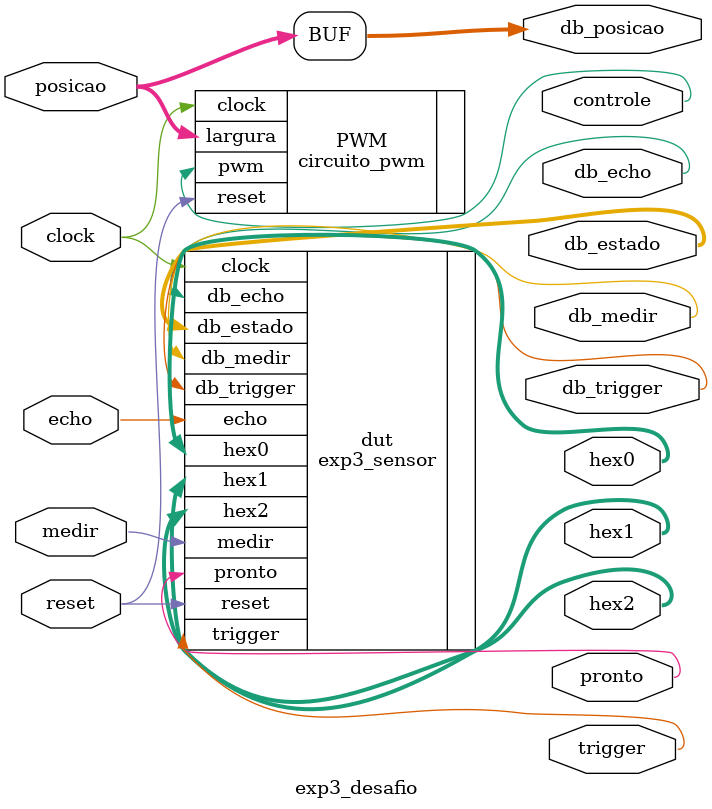
<source format=v>
module exp3_desafio (
    input wire        clock,
    input wire        reset,
    input wire        medir,
    input wire        echo,
    input wire  [1:0] posicao,
    output wire       trigger,
    output wire [6:0] hex0,
    output wire [6:0] hex1,
    output wire [6:0] hex2,
    output wire       pronto,
    output wire       db_medir,
    output wire       db_echo,
    output wire       db_trigger,
	 output wire [1:0] db_posicao,
    output wire [6:0] db_estado,
	 output wire       controle
);

    exp3_sensor dut (
    .clock(clock),
    .reset(reset),
    .medir(medir),
    .echo(echo),
    .trigger(trigger),
    .hex0(hex0),
    .hex1(hex1),
    .hex2(hex2),
    .pronto(pronto),
    .db_medir(db_medir),
    .db_echo(db_echo),
    .db_trigger(db_trigger),
    .db_estado(db_estado)
    );

    circuito_pwm #(           
        .conf_periodo(1000000), 
        .largura_00  (0),  
        .largura_01  (50000),  
        .largura_10  (75000),  
        .largura_11  (100000)   
    ) PWM (
        .clock   (clock),
        .reset   (reset),
        .largura (posicao),
        .pwm     (controle)
    );
	 
	 assign db_posicao = posicao;

endmodule
</source>
